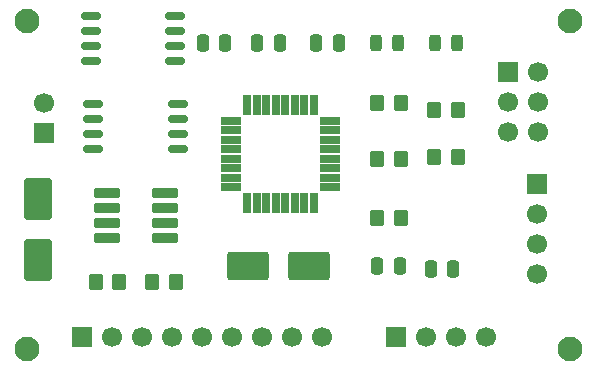
<source format=gbr>
%TF.GenerationSoftware,KiCad,Pcbnew,9.0.2*%
%TF.CreationDate,2025-09-15T18:19:50+05:45*%
%TF.ProjectId,MCU datalogger,4d435520-6461-4746-916c-6f676765722e,rev?*%
%TF.SameCoordinates,Original*%
%TF.FileFunction,Soldermask,Top*%
%TF.FilePolarity,Negative*%
%FSLAX46Y46*%
G04 Gerber Fmt 4.6, Leading zero omitted, Abs format (unit mm)*
G04 Created by KiCad (PCBNEW 9.0.2) date 2025-09-15 18:19:50*
%MOMM*%
%LPD*%
G01*
G04 APERTURE LIST*
G04 Aperture macros list*
%AMRoundRect*
0 Rectangle with rounded corners*
0 $1 Rounding radius*
0 $2 $3 $4 $5 $6 $7 $8 $9 X,Y pos of 4 corners*
0 Add a 4 corners polygon primitive as box body*
4,1,4,$2,$3,$4,$5,$6,$7,$8,$9,$2,$3,0*
0 Add four circle primitives for the rounded corners*
1,1,$1+$1,$2,$3*
1,1,$1+$1,$4,$5*
1,1,$1+$1,$6,$7*
1,1,$1+$1,$8,$9*
0 Add four rect primitives between the rounded corners*
20,1,$1+$1,$2,$3,$4,$5,0*
20,1,$1+$1,$4,$5,$6,$7,0*
20,1,$1+$1,$6,$7,$8,$9,0*
20,1,$1+$1,$8,$9,$2,$3,0*%
G04 Aperture macros list end*
%ADD10RoundRect,0.094250X-0.282750X-0.742750X0.282750X-0.742750X0.282750X0.742750X-0.282750X0.742750X0*%
%ADD11RoundRect,0.094250X-0.742750X-0.282750X0.742750X-0.282750X0.742750X0.282750X-0.742750X0.282750X0*%
%ADD12RoundRect,0.099250X-0.987750X-0.297750X0.987750X-0.297750X0.987750X0.297750X-0.987750X0.297750X0*%
%ADD13RoundRect,0.162500X-0.650000X-0.162500X0.650000X-0.162500X0.650000X0.162500X-0.650000X0.162500X0*%
%ADD14R,1.700000X1.700000*%
%ADD15C,1.700000*%
%ADD16RoundRect,0.250000X0.250000X0.475000X-0.250000X0.475000X-0.250000X-0.475000X0.250000X-0.475000X0*%
%ADD17C,2.100000*%
%ADD18RoundRect,0.250000X-0.250000X-0.475000X0.250000X-0.475000X0.250000X0.475000X-0.250000X0.475000X0*%
%ADD19RoundRect,0.250000X-0.350000X-0.450000X0.350000X-0.450000X0.350000X0.450000X-0.350000X0.450000X0*%
%ADD20RoundRect,0.250001X-1.499999X-0.949999X1.499999X-0.949999X1.499999X0.949999X-1.499999X0.949999X0*%
%ADD21RoundRect,0.243750X0.243750X0.456250X-0.243750X0.456250X-0.243750X-0.456250X0.243750X-0.456250X0*%
%ADD22RoundRect,0.243750X-0.243750X-0.456250X0.243750X-0.456250X0.243750X0.456250X-0.243750X0.456250X0*%
%ADD23RoundRect,0.250000X0.350000X0.450000X-0.350000X0.450000X-0.350000X-0.450000X0.350000X-0.450000X0*%
%ADD24RoundRect,0.250001X0.949999X-1.499999X0.949999X1.499999X-0.949999X1.499999X-0.949999X-1.499999X0*%
G04 APERTURE END LIST*
D10*
%TO.C,U3*%
X1962450000Y-2094580000D03*
X1963250000Y-2094580000D03*
X1964050000Y-2094580000D03*
X1964850000Y-2094580000D03*
X1965650000Y-2094580000D03*
X1966450000Y-2094580000D03*
X1967250000Y-2094580000D03*
X1968050000Y-2094580000D03*
D11*
X1969420000Y-2095950000D03*
X1969420000Y-2096750000D03*
X1969420000Y-2097550000D03*
X1969420000Y-2098350000D03*
X1969420000Y-2099150000D03*
X1969420000Y-2099950000D03*
X1969420000Y-2100750000D03*
X1969420000Y-2101550000D03*
D10*
X1968050000Y-2102920000D03*
X1967250000Y-2102920000D03*
X1966450000Y-2102920000D03*
X1965650000Y-2102920000D03*
X1964850000Y-2102920000D03*
X1964050000Y-2102920000D03*
X1963250000Y-2102920000D03*
X1962450000Y-2102920000D03*
D11*
X1961080000Y-2101550000D03*
X1961080000Y-2100750000D03*
X1961080000Y-2099950000D03*
X1961080000Y-2099150000D03*
X1961080000Y-2098350000D03*
X1961080000Y-2097550000D03*
X1961080000Y-2096750000D03*
X1961080000Y-2095950000D03*
%TD*%
D12*
%TO.C,U4*%
X1950525000Y-2102095000D03*
X1950525000Y-2103365000D03*
X1950525000Y-2104635000D03*
X1950525000Y-2105905000D03*
X1955475000Y-2105905000D03*
X1955475000Y-2104635000D03*
X1955475000Y-2103365000D03*
X1955475000Y-2102095000D03*
%TD*%
D13*
%TO.C,U1*%
X1949162500Y-2087095000D03*
X1949162500Y-2088365000D03*
X1949162500Y-2089635000D03*
X1949162500Y-2090905000D03*
X1956337500Y-2090905000D03*
X1956337500Y-2089635000D03*
X1956337500Y-2088365000D03*
X1956337500Y-2087095000D03*
%TD*%
D14*
%TO.C,BT1*%
X1945250000Y-2097000000D03*
D15*
X1945250000Y-2094460000D03*
%TD*%
D16*
%TO.C,C4*%
X1975350000Y-2108200000D03*
X1973450000Y-2108200000D03*
%TD*%
%TO.C,C2*%
X1979850000Y-2108500000D03*
X1977950000Y-2108500000D03*
%TD*%
D17*
%TO.C,H3*%
X1943750000Y-2115250000D03*
%TD*%
D18*
%TO.C,C3*%
X1963287500Y-2089350000D03*
X1965187500Y-2089350000D03*
%TD*%
D17*
%TO.C,H2*%
X1989750000Y-2115250000D03*
%TD*%
D13*
%TO.C,U2*%
X1949362500Y-2094495000D03*
X1949362500Y-2095765000D03*
X1949362500Y-2097035000D03*
X1949362500Y-2098305000D03*
X1956537500Y-2098305000D03*
X1956537500Y-2097035000D03*
X1956537500Y-2095765000D03*
X1956537500Y-2094495000D03*
%TD*%
D14*
%TO.C,J1*%
X1987000000Y-2101280000D03*
D15*
X1987000000Y-2103820000D03*
X1987000000Y-2106360000D03*
X1987000000Y-2108900000D03*
%TD*%
D19*
%TO.C,R3*%
X1973450000Y-2104200000D03*
X1975450000Y-2104200000D03*
%TD*%
%TO.C,R4*%
X1973450000Y-2099200000D03*
X1975450000Y-2099200000D03*
%TD*%
D17*
%TO.C,H4*%
X1943750000Y-2087500000D03*
%TD*%
D20*
%TO.C,Y2*%
X1962500000Y-2108250000D03*
X1967700000Y-2108250000D03*
%TD*%
D19*
%TO.C,R7*%
X1973450000Y-2094400000D03*
X1975450000Y-2094400000D03*
%TD*%
D21*
%TO.C,D1*%
X1980175000Y-2089400000D03*
X1978300000Y-2089400000D03*
%TD*%
D14*
%TO.C,J3*%
X1948420000Y-2114250000D03*
D15*
X1950960000Y-2114250000D03*
X1953500000Y-2114250000D03*
X1956040000Y-2114250000D03*
X1958580000Y-2114250000D03*
X1961120000Y-2114250000D03*
X1963660000Y-2114250000D03*
X1966200000Y-2114250000D03*
X1968740000Y-2114250000D03*
%TD*%
D19*
%TO.C,R2*%
X1954400000Y-2109600000D03*
X1956400000Y-2109600000D03*
%TD*%
D22*
%TO.C,D2*%
X1973325000Y-2089400000D03*
X1975200000Y-2089400000D03*
%TD*%
D17*
%TO.C,H1*%
X1989750000Y-2087500000D03*
%TD*%
D16*
%TO.C,C5*%
X1970187500Y-2089350000D03*
X1968287500Y-2089350000D03*
%TD*%
D14*
%TO.C,J4*%
X1984500000Y-2091800000D03*
D15*
X1987040000Y-2091800000D03*
X1984500000Y-2094340000D03*
X1987040000Y-2094340000D03*
X1984500000Y-2096880000D03*
X1987040000Y-2096880000D03*
%TD*%
D19*
%TO.C,R6*%
X1978250000Y-2099000000D03*
X1980250000Y-2099000000D03*
%TD*%
D14*
%TO.C,J2*%
X1975000000Y-2114250000D03*
D15*
X1977540000Y-2114250000D03*
X1980080000Y-2114250000D03*
X1982620000Y-2114250000D03*
%TD*%
D19*
%TO.C,R5*%
X1978250000Y-2095000000D03*
X1980250000Y-2095000000D03*
%TD*%
D23*
%TO.C,R1*%
X1951600000Y-2109600000D03*
X1949600000Y-2109600000D03*
%TD*%
D24*
%TO.C,Y1*%
X1944750000Y-2107750000D03*
X1944750000Y-2102550000D03*
%TD*%
D18*
%TO.C,C1*%
X1958687500Y-2089350000D03*
X1960587500Y-2089350000D03*
%TD*%
M02*

</source>
